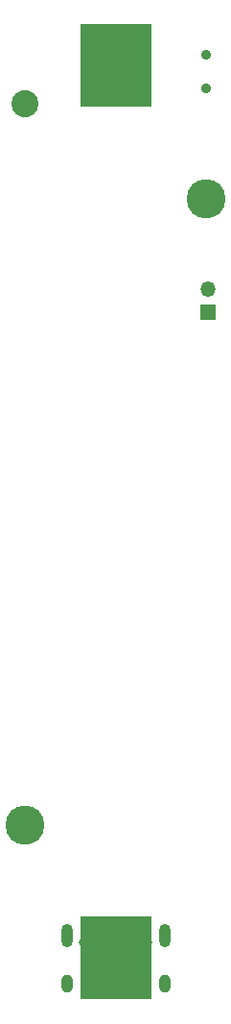
<source format=gbs>
G04 #@! TF.GenerationSoftware,KiCad,Pcbnew,6.0.2+dfsg-1*
G04 #@! TF.CreationDate,2022-06-20T13:27:44+02:00*
G04 #@! TF.ProjectId,trainlog,74726169-6e6c-46f6-972e-6b696361645f,rev?*
G04 #@! TF.SameCoordinates,Original*
G04 #@! TF.FileFunction,Soldermask,Bot*
G04 #@! TF.FilePolarity,Negative*
%FSLAX46Y46*%
G04 Gerber Fmt 4.6, Leading zero omitted, Abs format (unit mm)*
G04 Created by KiCad (PCBNEW 6.0.2+dfsg-1) date 2022-06-20 13:27:44*
%MOMM*%
%LPD*%
G01*
G04 APERTURE LIST*
%ADD10C,0.650000*%
%ADD11O,1.000000X2.100000*%
%ADD12O,1.000000X1.600000*%
%ADD13C,0.900000*%
%ADD14R,1.350000X1.350000*%
%ADD15O,1.350000X1.350000*%
%ADD16C,2.390000*%
%ADD17C,3.450000*%
%ADD18R,6.350000X7.340000*%
G04 APERTURE END LIST*
D10*
G04 #@! TO.C,J1*
X97110000Y-137922500D03*
X102890000Y-137922500D03*
D11*
X95680000Y-137392500D03*
D12*
X104320000Y-141572500D03*
X95680000Y-141572500D03*
D11*
X104320000Y-137392500D03*
G04 #@! TD*
D13*
G04 #@! TO.C,SW1*
X108000000Y-62700000D03*
X108000000Y-59700000D03*
G04 #@! TD*
D14*
G04 #@! TO.C,J3*
X108200000Y-82400000D03*
D15*
X108200000Y-80400000D03*
G04 #@! TD*
D16*
G04 #@! TO.C,BT1*
X92000000Y-64070000D03*
D17*
X108000000Y-72400000D03*
X92000000Y-127600000D03*
D18*
X100000000Y-60670000D03*
X100000000Y-139330000D03*
G04 #@! TD*
M02*

</source>
